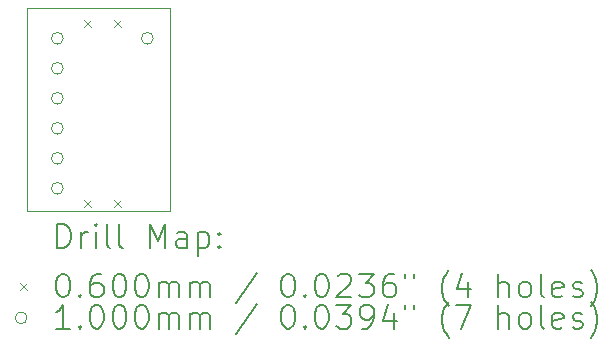
<source format=gbr>
%TF.GenerationSoftware,KiCad,Pcbnew,(6.0.8)*%
%TF.CreationDate,2022-11-07T23:28:57+01:00*%
%TF.ProjectId,15_XCAN,31355f58-4341-44e2-9e6b-696361645f70,rev?*%
%TF.SameCoordinates,Original*%
%TF.FileFunction,Drillmap*%
%TF.FilePolarity,Positive*%
%FSLAX45Y45*%
G04 Gerber Fmt 4.5, Leading zero omitted, Abs format (unit mm)*
G04 Created by KiCad (PCBNEW (6.0.8)) date 2022-11-07 23:28:57*
%MOMM*%
%LPD*%
G01*
G04 APERTURE LIST*
%ADD10C,0.050000*%
%ADD11C,0.200000*%
%ADD12C,0.060000*%
%ADD13C,0.100000*%
G04 APERTURE END LIST*
D10*
X11366500Y-7810500D02*
X10160000Y-7810500D01*
X10160000Y-6223000D02*
X10160000Y-6096000D01*
X10160000Y-7493000D02*
X10160000Y-7239000D01*
X11366500Y-6096000D02*
X11366500Y-6223000D01*
X10160000Y-7239000D02*
X10160000Y-6223000D01*
X10160000Y-6096000D02*
X11366500Y-6096000D01*
X11366500Y-6223000D02*
X11366500Y-6477000D01*
X11366500Y-7810500D02*
X11366500Y-6477000D01*
X10160000Y-7810500D02*
X10160000Y-7493000D01*
D11*
D12*
X10638000Y-6193000D02*
X10698000Y-6253000D01*
X10698000Y-6193000D02*
X10638000Y-6253000D01*
X10638000Y-7717000D02*
X10698000Y-7777000D01*
X10698000Y-7717000D02*
X10638000Y-7777000D01*
X10892000Y-6193000D02*
X10952000Y-6253000D01*
X10952000Y-6193000D02*
X10892000Y-6253000D01*
X10892000Y-7717000D02*
X10952000Y-7777000D01*
X10952000Y-7717000D02*
X10892000Y-7777000D01*
D13*
X10464000Y-6350000D02*
G75*
G03*
X10464000Y-6350000I-50000J0D01*
G01*
X10464000Y-6604000D02*
G75*
G03*
X10464000Y-6604000I-50000J0D01*
G01*
X10464000Y-6858000D02*
G75*
G03*
X10464000Y-6858000I-50000J0D01*
G01*
X10464000Y-7112000D02*
G75*
G03*
X10464000Y-7112000I-50000J0D01*
G01*
X10464000Y-7366000D02*
G75*
G03*
X10464000Y-7366000I-50000J0D01*
G01*
X10464000Y-7620000D02*
G75*
G03*
X10464000Y-7620000I-50000J0D01*
G01*
X11226000Y-6350000D02*
G75*
G03*
X11226000Y-6350000I-50000J0D01*
G01*
D11*
X10415119Y-8123476D02*
X10415119Y-7923476D01*
X10462738Y-7923476D01*
X10491310Y-7933000D01*
X10510357Y-7952048D01*
X10519881Y-7971095D01*
X10529405Y-8009190D01*
X10529405Y-8037762D01*
X10519881Y-8075857D01*
X10510357Y-8094905D01*
X10491310Y-8113952D01*
X10462738Y-8123476D01*
X10415119Y-8123476D01*
X10615119Y-8123476D02*
X10615119Y-7990143D01*
X10615119Y-8028238D02*
X10624643Y-8009190D01*
X10634167Y-7999667D01*
X10653214Y-7990143D01*
X10672262Y-7990143D01*
X10738929Y-8123476D02*
X10738929Y-7990143D01*
X10738929Y-7923476D02*
X10729405Y-7933000D01*
X10738929Y-7942524D01*
X10748452Y-7933000D01*
X10738929Y-7923476D01*
X10738929Y-7942524D01*
X10862738Y-8123476D02*
X10843690Y-8113952D01*
X10834167Y-8094905D01*
X10834167Y-7923476D01*
X10967500Y-8123476D02*
X10948452Y-8113952D01*
X10938929Y-8094905D01*
X10938929Y-7923476D01*
X11196071Y-8123476D02*
X11196071Y-7923476D01*
X11262738Y-8066333D01*
X11329405Y-7923476D01*
X11329405Y-8123476D01*
X11510357Y-8123476D02*
X11510357Y-8018714D01*
X11500833Y-7999667D01*
X11481786Y-7990143D01*
X11443690Y-7990143D01*
X11424643Y-7999667D01*
X11510357Y-8113952D02*
X11491309Y-8123476D01*
X11443690Y-8123476D01*
X11424643Y-8113952D01*
X11415119Y-8094905D01*
X11415119Y-8075857D01*
X11424643Y-8056809D01*
X11443690Y-8047286D01*
X11491309Y-8047286D01*
X11510357Y-8037762D01*
X11605595Y-7990143D02*
X11605595Y-8190143D01*
X11605595Y-7999667D02*
X11624643Y-7990143D01*
X11662738Y-7990143D01*
X11681786Y-7999667D01*
X11691309Y-8009190D01*
X11700833Y-8028238D01*
X11700833Y-8085381D01*
X11691309Y-8104428D01*
X11681786Y-8113952D01*
X11662738Y-8123476D01*
X11624643Y-8123476D01*
X11605595Y-8113952D01*
X11786548Y-8104428D02*
X11796071Y-8113952D01*
X11786548Y-8123476D01*
X11777024Y-8113952D01*
X11786548Y-8104428D01*
X11786548Y-8123476D01*
X11786548Y-7999667D02*
X11796071Y-8009190D01*
X11786548Y-8018714D01*
X11777024Y-8009190D01*
X11786548Y-7999667D01*
X11786548Y-8018714D01*
D12*
X10097500Y-8423000D02*
X10157500Y-8483000D01*
X10157500Y-8423000D02*
X10097500Y-8483000D01*
D11*
X10453214Y-8343476D02*
X10472262Y-8343476D01*
X10491310Y-8353000D01*
X10500833Y-8362524D01*
X10510357Y-8381571D01*
X10519881Y-8419667D01*
X10519881Y-8467286D01*
X10510357Y-8505381D01*
X10500833Y-8524429D01*
X10491310Y-8533952D01*
X10472262Y-8543476D01*
X10453214Y-8543476D01*
X10434167Y-8533952D01*
X10424643Y-8524429D01*
X10415119Y-8505381D01*
X10405595Y-8467286D01*
X10405595Y-8419667D01*
X10415119Y-8381571D01*
X10424643Y-8362524D01*
X10434167Y-8353000D01*
X10453214Y-8343476D01*
X10605595Y-8524429D02*
X10615119Y-8533952D01*
X10605595Y-8543476D01*
X10596071Y-8533952D01*
X10605595Y-8524429D01*
X10605595Y-8543476D01*
X10786548Y-8343476D02*
X10748452Y-8343476D01*
X10729405Y-8353000D01*
X10719881Y-8362524D01*
X10700833Y-8391095D01*
X10691310Y-8429190D01*
X10691310Y-8505381D01*
X10700833Y-8524429D01*
X10710357Y-8533952D01*
X10729405Y-8543476D01*
X10767500Y-8543476D01*
X10786548Y-8533952D01*
X10796071Y-8524429D01*
X10805595Y-8505381D01*
X10805595Y-8457762D01*
X10796071Y-8438714D01*
X10786548Y-8429190D01*
X10767500Y-8419667D01*
X10729405Y-8419667D01*
X10710357Y-8429190D01*
X10700833Y-8438714D01*
X10691310Y-8457762D01*
X10929405Y-8343476D02*
X10948452Y-8343476D01*
X10967500Y-8353000D01*
X10977024Y-8362524D01*
X10986548Y-8381571D01*
X10996071Y-8419667D01*
X10996071Y-8467286D01*
X10986548Y-8505381D01*
X10977024Y-8524429D01*
X10967500Y-8533952D01*
X10948452Y-8543476D01*
X10929405Y-8543476D01*
X10910357Y-8533952D01*
X10900833Y-8524429D01*
X10891310Y-8505381D01*
X10881786Y-8467286D01*
X10881786Y-8419667D01*
X10891310Y-8381571D01*
X10900833Y-8362524D01*
X10910357Y-8353000D01*
X10929405Y-8343476D01*
X11119881Y-8343476D02*
X11138929Y-8343476D01*
X11157976Y-8353000D01*
X11167500Y-8362524D01*
X11177024Y-8381571D01*
X11186548Y-8419667D01*
X11186548Y-8467286D01*
X11177024Y-8505381D01*
X11167500Y-8524429D01*
X11157976Y-8533952D01*
X11138929Y-8543476D01*
X11119881Y-8543476D01*
X11100833Y-8533952D01*
X11091310Y-8524429D01*
X11081786Y-8505381D01*
X11072262Y-8467286D01*
X11072262Y-8419667D01*
X11081786Y-8381571D01*
X11091310Y-8362524D01*
X11100833Y-8353000D01*
X11119881Y-8343476D01*
X11272262Y-8543476D02*
X11272262Y-8410143D01*
X11272262Y-8429190D02*
X11281786Y-8419667D01*
X11300833Y-8410143D01*
X11329405Y-8410143D01*
X11348452Y-8419667D01*
X11357976Y-8438714D01*
X11357976Y-8543476D01*
X11357976Y-8438714D02*
X11367500Y-8419667D01*
X11386548Y-8410143D01*
X11415119Y-8410143D01*
X11434167Y-8419667D01*
X11443690Y-8438714D01*
X11443690Y-8543476D01*
X11538928Y-8543476D02*
X11538928Y-8410143D01*
X11538928Y-8429190D02*
X11548452Y-8419667D01*
X11567500Y-8410143D01*
X11596071Y-8410143D01*
X11615119Y-8419667D01*
X11624643Y-8438714D01*
X11624643Y-8543476D01*
X11624643Y-8438714D02*
X11634167Y-8419667D01*
X11653214Y-8410143D01*
X11681786Y-8410143D01*
X11700833Y-8419667D01*
X11710357Y-8438714D01*
X11710357Y-8543476D01*
X12100833Y-8333952D02*
X11929405Y-8591095D01*
X12357976Y-8343476D02*
X12377024Y-8343476D01*
X12396071Y-8353000D01*
X12405595Y-8362524D01*
X12415119Y-8381571D01*
X12424643Y-8419667D01*
X12424643Y-8467286D01*
X12415119Y-8505381D01*
X12405595Y-8524429D01*
X12396071Y-8533952D01*
X12377024Y-8543476D01*
X12357976Y-8543476D01*
X12338928Y-8533952D01*
X12329405Y-8524429D01*
X12319881Y-8505381D01*
X12310357Y-8467286D01*
X12310357Y-8419667D01*
X12319881Y-8381571D01*
X12329405Y-8362524D01*
X12338928Y-8353000D01*
X12357976Y-8343476D01*
X12510357Y-8524429D02*
X12519881Y-8533952D01*
X12510357Y-8543476D01*
X12500833Y-8533952D01*
X12510357Y-8524429D01*
X12510357Y-8543476D01*
X12643690Y-8343476D02*
X12662738Y-8343476D01*
X12681786Y-8353000D01*
X12691309Y-8362524D01*
X12700833Y-8381571D01*
X12710357Y-8419667D01*
X12710357Y-8467286D01*
X12700833Y-8505381D01*
X12691309Y-8524429D01*
X12681786Y-8533952D01*
X12662738Y-8543476D01*
X12643690Y-8543476D01*
X12624643Y-8533952D01*
X12615119Y-8524429D01*
X12605595Y-8505381D01*
X12596071Y-8467286D01*
X12596071Y-8419667D01*
X12605595Y-8381571D01*
X12615119Y-8362524D01*
X12624643Y-8353000D01*
X12643690Y-8343476D01*
X12786548Y-8362524D02*
X12796071Y-8353000D01*
X12815119Y-8343476D01*
X12862738Y-8343476D01*
X12881786Y-8353000D01*
X12891309Y-8362524D01*
X12900833Y-8381571D01*
X12900833Y-8400619D01*
X12891309Y-8429190D01*
X12777024Y-8543476D01*
X12900833Y-8543476D01*
X12967500Y-8343476D02*
X13091309Y-8343476D01*
X13024643Y-8419667D01*
X13053214Y-8419667D01*
X13072262Y-8429190D01*
X13081786Y-8438714D01*
X13091309Y-8457762D01*
X13091309Y-8505381D01*
X13081786Y-8524429D01*
X13072262Y-8533952D01*
X13053214Y-8543476D01*
X12996071Y-8543476D01*
X12977024Y-8533952D01*
X12967500Y-8524429D01*
X13262738Y-8343476D02*
X13224643Y-8343476D01*
X13205595Y-8353000D01*
X13196071Y-8362524D01*
X13177024Y-8391095D01*
X13167500Y-8429190D01*
X13167500Y-8505381D01*
X13177024Y-8524429D01*
X13186548Y-8533952D01*
X13205595Y-8543476D01*
X13243690Y-8543476D01*
X13262738Y-8533952D01*
X13272262Y-8524429D01*
X13281786Y-8505381D01*
X13281786Y-8457762D01*
X13272262Y-8438714D01*
X13262738Y-8429190D01*
X13243690Y-8419667D01*
X13205595Y-8419667D01*
X13186548Y-8429190D01*
X13177024Y-8438714D01*
X13167500Y-8457762D01*
X13357976Y-8343476D02*
X13357976Y-8381571D01*
X13434167Y-8343476D02*
X13434167Y-8381571D01*
X13729405Y-8619667D02*
X13719881Y-8610143D01*
X13700833Y-8581571D01*
X13691309Y-8562524D01*
X13681786Y-8533952D01*
X13672262Y-8486333D01*
X13672262Y-8448238D01*
X13681786Y-8400619D01*
X13691309Y-8372048D01*
X13700833Y-8353000D01*
X13719881Y-8324428D01*
X13729405Y-8314905D01*
X13891309Y-8410143D02*
X13891309Y-8543476D01*
X13843690Y-8333952D02*
X13796071Y-8476810D01*
X13919881Y-8476810D01*
X14148452Y-8543476D02*
X14148452Y-8343476D01*
X14234167Y-8543476D02*
X14234167Y-8438714D01*
X14224643Y-8419667D01*
X14205595Y-8410143D01*
X14177024Y-8410143D01*
X14157976Y-8419667D01*
X14148452Y-8429190D01*
X14357976Y-8543476D02*
X14338928Y-8533952D01*
X14329405Y-8524429D01*
X14319881Y-8505381D01*
X14319881Y-8448238D01*
X14329405Y-8429190D01*
X14338928Y-8419667D01*
X14357976Y-8410143D01*
X14386548Y-8410143D01*
X14405595Y-8419667D01*
X14415119Y-8429190D01*
X14424643Y-8448238D01*
X14424643Y-8505381D01*
X14415119Y-8524429D01*
X14405595Y-8533952D01*
X14386548Y-8543476D01*
X14357976Y-8543476D01*
X14538928Y-8543476D02*
X14519881Y-8533952D01*
X14510357Y-8514905D01*
X14510357Y-8343476D01*
X14691309Y-8533952D02*
X14672262Y-8543476D01*
X14634167Y-8543476D01*
X14615119Y-8533952D01*
X14605595Y-8514905D01*
X14605595Y-8438714D01*
X14615119Y-8419667D01*
X14634167Y-8410143D01*
X14672262Y-8410143D01*
X14691309Y-8419667D01*
X14700833Y-8438714D01*
X14700833Y-8457762D01*
X14605595Y-8476810D01*
X14777024Y-8533952D02*
X14796071Y-8543476D01*
X14834167Y-8543476D01*
X14853214Y-8533952D01*
X14862738Y-8514905D01*
X14862738Y-8505381D01*
X14853214Y-8486333D01*
X14834167Y-8476810D01*
X14805595Y-8476810D01*
X14786548Y-8467286D01*
X14777024Y-8448238D01*
X14777024Y-8438714D01*
X14786548Y-8419667D01*
X14805595Y-8410143D01*
X14834167Y-8410143D01*
X14853214Y-8419667D01*
X14929405Y-8619667D02*
X14938928Y-8610143D01*
X14957976Y-8581571D01*
X14967500Y-8562524D01*
X14977024Y-8533952D01*
X14986548Y-8486333D01*
X14986548Y-8448238D01*
X14977024Y-8400619D01*
X14967500Y-8372048D01*
X14957976Y-8353000D01*
X14938928Y-8324428D01*
X14929405Y-8314905D01*
D13*
X10157500Y-8717000D02*
G75*
G03*
X10157500Y-8717000I-50000J0D01*
G01*
D11*
X10519881Y-8807476D02*
X10405595Y-8807476D01*
X10462738Y-8807476D02*
X10462738Y-8607476D01*
X10443690Y-8636048D01*
X10424643Y-8655095D01*
X10405595Y-8664619D01*
X10605595Y-8788429D02*
X10615119Y-8797952D01*
X10605595Y-8807476D01*
X10596071Y-8797952D01*
X10605595Y-8788429D01*
X10605595Y-8807476D01*
X10738929Y-8607476D02*
X10757976Y-8607476D01*
X10777024Y-8617000D01*
X10786548Y-8626524D01*
X10796071Y-8645571D01*
X10805595Y-8683667D01*
X10805595Y-8731286D01*
X10796071Y-8769381D01*
X10786548Y-8788429D01*
X10777024Y-8797952D01*
X10757976Y-8807476D01*
X10738929Y-8807476D01*
X10719881Y-8797952D01*
X10710357Y-8788429D01*
X10700833Y-8769381D01*
X10691310Y-8731286D01*
X10691310Y-8683667D01*
X10700833Y-8645571D01*
X10710357Y-8626524D01*
X10719881Y-8617000D01*
X10738929Y-8607476D01*
X10929405Y-8607476D02*
X10948452Y-8607476D01*
X10967500Y-8617000D01*
X10977024Y-8626524D01*
X10986548Y-8645571D01*
X10996071Y-8683667D01*
X10996071Y-8731286D01*
X10986548Y-8769381D01*
X10977024Y-8788429D01*
X10967500Y-8797952D01*
X10948452Y-8807476D01*
X10929405Y-8807476D01*
X10910357Y-8797952D01*
X10900833Y-8788429D01*
X10891310Y-8769381D01*
X10881786Y-8731286D01*
X10881786Y-8683667D01*
X10891310Y-8645571D01*
X10900833Y-8626524D01*
X10910357Y-8617000D01*
X10929405Y-8607476D01*
X11119881Y-8607476D02*
X11138929Y-8607476D01*
X11157976Y-8617000D01*
X11167500Y-8626524D01*
X11177024Y-8645571D01*
X11186548Y-8683667D01*
X11186548Y-8731286D01*
X11177024Y-8769381D01*
X11167500Y-8788429D01*
X11157976Y-8797952D01*
X11138929Y-8807476D01*
X11119881Y-8807476D01*
X11100833Y-8797952D01*
X11091310Y-8788429D01*
X11081786Y-8769381D01*
X11072262Y-8731286D01*
X11072262Y-8683667D01*
X11081786Y-8645571D01*
X11091310Y-8626524D01*
X11100833Y-8617000D01*
X11119881Y-8607476D01*
X11272262Y-8807476D02*
X11272262Y-8674143D01*
X11272262Y-8693190D02*
X11281786Y-8683667D01*
X11300833Y-8674143D01*
X11329405Y-8674143D01*
X11348452Y-8683667D01*
X11357976Y-8702714D01*
X11357976Y-8807476D01*
X11357976Y-8702714D02*
X11367500Y-8683667D01*
X11386548Y-8674143D01*
X11415119Y-8674143D01*
X11434167Y-8683667D01*
X11443690Y-8702714D01*
X11443690Y-8807476D01*
X11538928Y-8807476D02*
X11538928Y-8674143D01*
X11538928Y-8693190D02*
X11548452Y-8683667D01*
X11567500Y-8674143D01*
X11596071Y-8674143D01*
X11615119Y-8683667D01*
X11624643Y-8702714D01*
X11624643Y-8807476D01*
X11624643Y-8702714D02*
X11634167Y-8683667D01*
X11653214Y-8674143D01*
X11681786Y-8674143D01*
X11700833Y-8683667D01*
X11710357Y-8702714D01*
X11710357Y-8807476D01*
X12100833Y-8597952D02*
X11929405Y-8855095D01*
X12357976Y-8607476D02*
X12377024Y-8607476D01*
X12396071Y-8617000D01*
X12405595Y-8626524D01*
X12415119Y-8645571D01*
X12424643Y-8683667D01*
X12424643Y-8731286D01*
X12415119Y-8769381D01*
X12405595Y-8788429D01*
X12396071Y-8797952D01*
X12377024Y-8807476D01*
X12357976Y-8807476D01*
X12338928Y-8797952D01*
X12329405Y-8788429D01*
X12319881Y-8769381D01*
X12310357Y-8731286D01*
X12310357Y-8683667D01*
X12319881Y-8645571D01*
X12329405Y-8626524D01*
X12338928Y-8617000D01*
X12357976Y-8607476D01*
X12510357Y-8788429D02*
X12519881Y-8797952D01*
X12510357Y-8807476D01*
X12500833Y-8797952D01*
X12510357Y-8788429D01*
X12510357Y-8807476D01*
X12643690Y-8607476D02*
X12662738Y-8607476D01*
X12681786Y-8617000D01*
X12691309Y-8626524D01*
X12700833Y-8645571D01*
X12710357Y-8683667D01*
X12710357Y-8731286D01*
X12700833Y-8769381D01*
X12691309Y-8788429D01*
X12681786Y-8797952D01*
X12662738Y-8807476D01*
X12643690Y-8807476D01*
X12624643Y-8797952D01*
X12615119Y-8788429D01*
X12605595Y-8769381D01*
X12596071Y-8731286D01*
X12596071Y-8683667D01*
X12605595Y-8645571D01*
X12615119Y-8626524D01*
X12624643Y-8617000D01*
X12643690Y-8607476D01*
X12777024Y-8607476D02*
X12900833Y-8607476D01*
X12834167Y-8683667D01*
X12862738Y-8683667D01*
X12881786Y-8693190D01*
X12891309Y-8702714D01*
X12900833Y-8721762D01*
X12900833Y-8769381D01*
X12891309Y-8788429D01*
X12881786Y-8797952D01*
X12862738Y-8807476D01*
X12805595Y-8807476D01*
X12786548Y-8797952D01*
X12777024Y-8788429D01*
X12996071Y-8807476D02*
X13034167Y-8807476D01*
X13053214Y-8797952D01*
X13062738Y-8788429D01*
X13081786Y-8759857D01*
X13091309Y-8721762D01*
X13091309Y-8645571D01*
X13081786Y-8626524D01*
X13072262Y-8617000D01*
X13053214Y-8607476D01*
X13015119Y-8607476D01*
X12996071Y-8617000D01*
X12986548Y-8626524D01*
X12977024Y-8645571D01*
X12977024Y-8693190D01*
X12986548Y-8712238D01*
X12996071Y-8721762D01*
X13015119Y-8731286D01*
X13053214Y-8731286D01*
X13072262Y-8721762D01*
X13081786Y-8712238D01*
X13091309Y-8693190D01*
X13262738Y-8674143D02*
X13262738Y-8807476D01*
X13215119Y-8597952D02*
X13167500Y-8740810D01*
X13291309Y-8740810D01*
X13357976Y-8607476D02*
X13357976Y-8645571D01*
X13434167Y-8607476D02*
X13434167Y-8645571D01*
X13729405Y-8883667D02*
X13719881Y-8874143D01*
X13700833Y-8845571D01*
X13691309Y-8826524D01*
X13681786Y-8797952D01*
X13672262Y-8750333D01*
X13672262Y-8712238D01*
X13681786Y-8664619D01*
X13691309Y-8636048D01*
X13700833Y-8617000D01*
X13719881Y-8588429D01*
X13729405Y-8578905D01*
X13786548Y-8607476D02*
X13919881Y-8607476D01*
X13834167Y-8807476D01*
X14148452Y-8807476D02*
X14148452Y-8607476D01*
X14234167Y-8807476D02*
X14234167Y-8702714D01*
X14224643Y-8683667D01*
X14205595Y-8674143D01*
X14177024Y-8674143D01*
X14157976Y-8683667D01*
X14148452Y-8693190D01*
X14357976Y-8807476D02*
X14338928Y-8797952D01*
X14329405Y-8788429D01*
X14319881Y-8769381D01*
X14319881Y-8712238D01*
X14329405Y-8693190D01*
X14338928Y-8683667D01*
X14357976Y-8674143D01*
X14386548Y-8674143D01*
X14405595Y-8683667D01*
X14415119Y-8693190D01*
X14424643Y-8712238D01*
X14424643Y-8769381D01*
X14415119Y-8788429D01*
X14405595Y-8797952D01*
X14386548Y-8807476D01*
X14357976Y-8807476D01*
X14538928Y-8807476D02*
X14519881Y-8797952D01*
X14510357Y-8778905D01*
X14510357Y-8607476D01*
X14691309Y-8797952D02*
X14672262Y-8807476D01*
X14634167Y-8807476D01*
X14615119Y-8797952D01*
X14605595Y-8778905D01*
X14605595Y-8702714D01*
X14615119Y-8683667D01*
X14634167Y-8674143D01*
X14672262Y-8674143D01*
X14691309Y-8683667D01*
X14700833Y-8702714D01*
X14700833Y-8721762D01*
X14605595Y-8740810D01*
X14777024Y-8797952D02*
X14796071Y-8807476D01*
X14834167Y-8807476D01*
X14853214Y-8797952D01*
X14862738Y-8778905D01*
X14862738Y-8769381D01*
X14853214Y-8750333D01*
X14834167Y-8740810D01*
X14805595Y-8740810D01*
X14786548Y-8731286D01*
X14777024Y-8712238D01*
X14777024Y-8702714D01*
X14786548Y-8683667D01*
X14805595Y-8674143D01*
X14834167Y-8674143D01*
X14853214Y-8683667D01*
X14929405Y-8883667D02*
X14938928Y-8874143D01*
X14957976Y-8845571D01*
X14967500Y-8826524D01*
X14977024Y-8797952D01*
X14986548Y-8750333D01*
X14986548Y-8712238D01*
X14977024Y-8664619D01*
X14967500Y-8636048D01*
X14957976Y-8617000D01*
X14938928Y-8588429D01*
X14929405Y-8578905D01*
M02*

</source>
